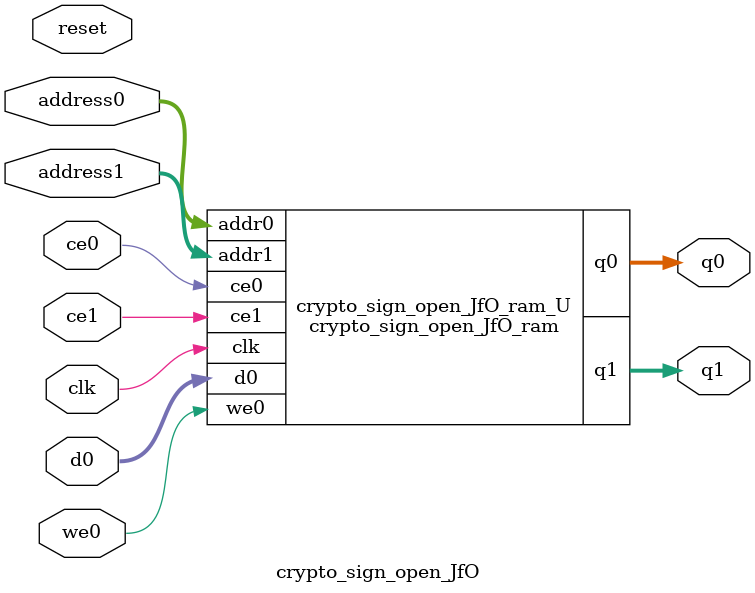
<source format=v>
`timescale 1 ns / 1 ps
module crypto_sign_open_JfO_ram (addr0, ce0, d0, we0, q0, addr1, ce1, q1,  clk);

parameter DWIDTH = 8;
parameter AWIDTH = 5;
parameter MEM_SIZE = 32;

input[AWIDTH-1:0] addr0;
input ce0;
input[DWIDTH-1:0] d0;
input we0;
output reg[DWIDTH-1:0] q0;
input[AWIDTH-1:0] addr1;
input ce1;
output reg[DWIDTH-1:0] q1;
input clk;

(* ram_style = "distributed" *)reg [DWIDTH-1:0] ram[0:MEM_SIZE-1];




always @(posedge clk)  
begin 
    if (ce0) begin
        if (we0) 
            ram[addr0] <= d0; 
        q0 <= ram[addr0];
    end
end


always @(posedge clk)  
begin 
    if (ce1) begin
        q1 <= ram[addr1];
    end
end


endmodule

`timescale 1 ns / 1 ps
module crypto_sign_open_JfO(
    reset,
    clk,
    address0,
    ce0,
    we0,
    d0,
    q0,
    address1,
    ce1,
    q1);

parameter DataWidth = 32'd8;
parameter AddressRange = 32'd32;
parameter AddressWidth = 32'd5;
input reset;
input clk;
input[AddressWidth - 1:0] address0;
input ce0;
input we0;
input[DataWidth - 1:0] d0;
output[DataWidth - 1:0] q0;
input[AddressWidth - 1:0] address1;
input ce1;
output[DataWidth - 1:0] q1;



crypto_sign_open_JfO_ram crypto_sign_open_JfO_ram_U(
    .clk( clk ),
    .addr0( address0 ),
    .ce0( ce0 ),
    .we0( we0 ),
    .d0( d0 ),
    .q0( q0 ),
    .addr1( address1 ),
    .ce1( ce1 ),
    .q1( q1 ));

endmodule


</source>
